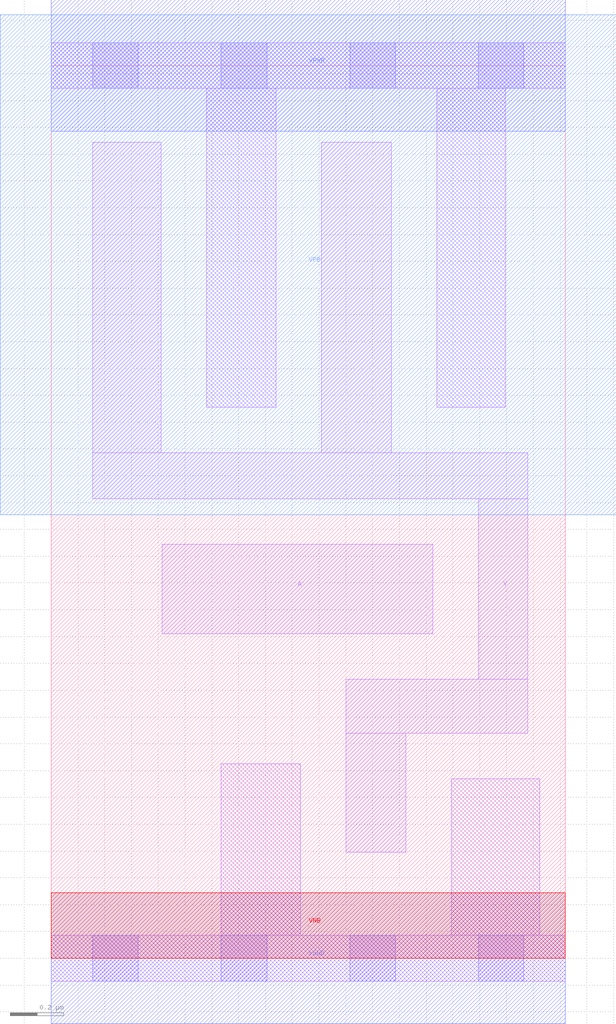
<source format=lef>
# Copyright 2020 The SkyWater PDK Authors
#
# Licensed under the Apache License, Version 2.0 (the "License");
# you may not use this file except in compliance with the License.
# You may obtain a copy of the License at
#
#     https://www.apache.org/licenses/LICENSE-2.0
#
# Unless required by applicable law or agreed to in writing, software
# distributed under the License is distributed on an "AS IS" BASIS,
# WITHOUT WARRANTIES OR CONDITIONS OF ANY KIND, either express or implied.
# See the License for the specific language governing permissions and
# limitations under the License.
#
# SPDX-License-Identifier: Apache-2.0

VERSION 5.7 ;
  NOWIREEXTENSIONATPIN ON ;
  DIVIDERCHAR "/" ;
  BUSBITCHARS "[]" ;
MACRO sky130_fd_sc_lp__clkinv_2
  CLASS CORE ;
  FOREIGN sky130_fd_sc_lp__clkinv_2 ;
  ORIGIN  0.000000  0.000000 ;
  SIZE  1.920000 BY  3.330000 ;
  SYMMETRY X Y R90 ;
  SITE unit ;
  PIN A
    ANTENNAGATEAREA  0.693000 ;
    DIRECTION INPUT ;
    USE SIGNAL ;
    PORT
      LAYER li1 ;
        RECT 0.415000 1.210000 1.425000 1.545000 ;
    END
  END A
  PIN Y
    ANTENNADIFFAREA  0.804300 ;
    DIRECTION OUTPUT ;
    USE SIGNAL ;
    PORT
      LAYER li1 ;
        RECT 0.155000 1.715000 1.780000 1.885000 ;
        RECT 0.155000 1.885000 0.410000 3.045000 ;
        RECT 1.010000 1.885000 1.270000 3.045000 ;
        RECT 1.100000 0.395000 1.325000 0.840000 ;
        RECT 1.100000 0.840000 1.780000 1.040000 ;
        RECT 1.595000 1.040000 1.780000 1.715000 ;
    END
  END Y
  PIN VGND
    DIRECTION INOUT ;
    USE GROUND ;
    PORT
      LAYER met1 ;
        RECT 0.000000 -0.245000 1.920000 0.245000 ;
    END
  END VGND
  PIN VNB
    DIRECTION INOUT ;
    USE GROUND ;
    PORT
      LAYER pwell ;
        RECT 0.000000 0.000000 1.920000 0.245000 ;
    END
  END VNB
  PIN VPB
    DIRECTION INOUT ;
    USE POWER ;
    PORT
      LAYER nwell ;
        RECT -0.190000 1.655000 2.110000 3.520000 ;
    END
  END VPB
  PIN VPWR
    DIRECTION INOUT ;
    USE POWER ;
    PORT
      LAYER met1 ;
        RECT 0.000000 3.085000 1.920000 3.575000 ;
    END
  END VPWR
  OBS
    LAYER li1 ;
      RECT 0.000000 -0.085000 1.920000 0.085000 ;
      RECT 0.000000  3.245000 1.920000 3.415000 ;
      RECT 0.580000  2.055000 0.840000 3.245000 ;
      RECT 0.635000  0.085000 0.930000 0.725000 ;
      RECT 1.440000  2.055000 1.695000 3.245000 ;
      RECT 1.495000  0.085000 1.825000 0.670000 ;
    LAYER mcon ;
      RECT 0.155000 -0.085000 0.325000 0.085000 ;
      RECT 0.155000  3.245000 0.325000 3.415000 ;
      RECT 0.635000 -0.085000 0.805000 0.085000 ;
      RECT 0.635000  3.245000 0.805000 3.415000 ;
      RECT 1.115000 -0.085000 1.285000 0.085000 ;
      RECT 1.115000  3.245000 1.285000 3.415000 ;
      RECT 1.595000 -0.085000 1.765000 0.085000 ;
      RECT 1.595000  3.245000 1.765000 3.415000 ;
  END
END sky130_fd_sc_lp__clkinv_2
END LIBRARY

</source>
